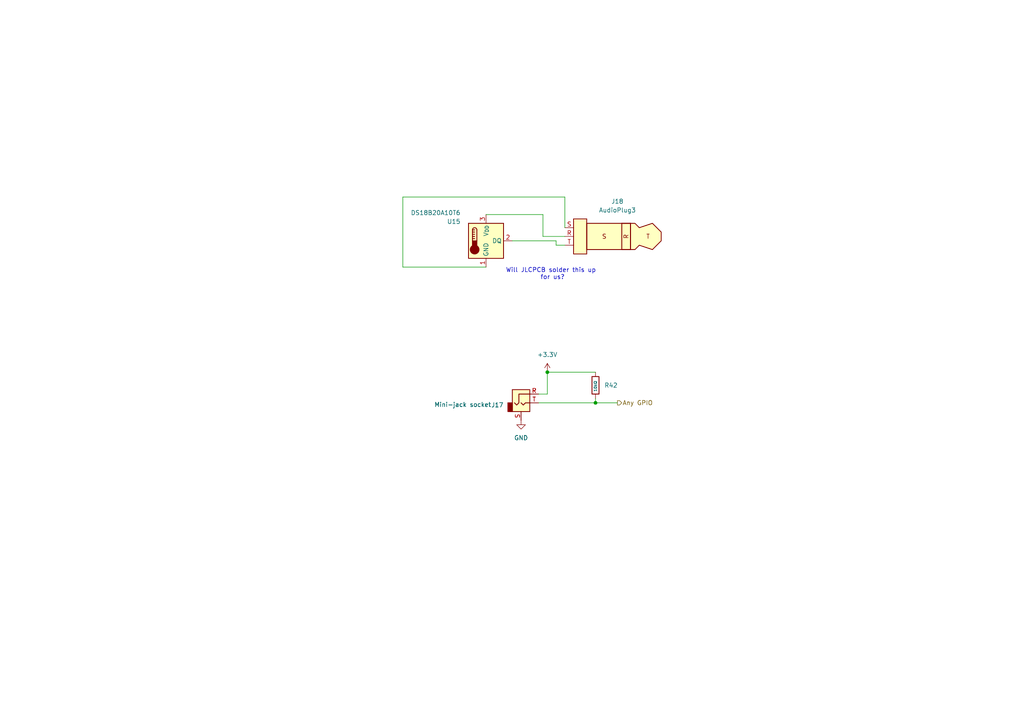
<source format=kicad_sch>
(kicad_sch (version 20250114) (generator "eeschema") (generator_version "9.0")
  (paper "A4")
  (lib_symbols
    (symbol "Connector_Audio:AudioJack2_Ground"
      (property "Reference" "J4" (at -5.08 -0.635 0))
      (property "Value" "Audio Out to Soundcard" (at 5.08 7.62 0))
      (symbol "AudioJack2_Ground_0_1"
        (rectangle (start -2.54 -2.54) (end -3.81 0) (stroke (width 0.254)) (fill (type outline)))
        (polyline (pts (xy 0 0) (xy 0.635 -0.635) (xy 1.27 0) (xy 2.54 0)) (stroke (width 0.254)))
        (rectangle (start 2.54 3.81) (end -2.54 -2.54) (stroke (width 0.254)) (fill (type background)))
        (polyline (pts (xy 2.54 2.54) (xy -0.635 2.54) (xy -0.635 0) (xy -1.27 -0.635) (xy -1.905 0)) (stroke (width 0.254)))
      )
      (symbol "AudioJack2_Ground_1_1"
        (pin passive line (at 0 -5.08 90) (length 2.54) (name "~") (number "S"))
        (pin passive line (at 5.08 2.54 180) (length 2.54) (name "~") (number "R"))
        (pin passive line (at 5.08 0 180) (length 2.54) (name "~") (number "T"))
      )
    )
    (symbol "Connector_Audio:AudioPlug3"
      (property "Reference" "J" (at 1.27 6.35 0))
      (property "Value" "AudioPlug3" (at 1.27 -6.35 0))
      (symbol "AudioPlug3_0_0"
        (text "R" (at -2.54 0 900) (effects (font (size 1.27 1.27))))
      )
      (symbol "AudioPlug3_0_1"
        (rectangle (start -3.81 3.81) (end -1.27 -3.81) (stroke (width 0.254)))
        (rectangle (start -1.27 -1.27) (end -1.27 -1.27))
      )
      (symbol "AudioPlug3_1_0"
        (text "T" (at -8.89 0 0) (effects (font (size 1.27 1.27))))
        (text "S" (at 3.81 0 0) (effects (font (size 1.27 1.27))))
      )
      (symbol "AudioPlug3_1_1"
        (rectangle (start -3.81 3.81) (end 8.89 -3.81) (stroke (width 0.254)) (fill (type background)))
        (polyline (pts (xy -3.81 3.81) (xy -5.08 3.81) (xy -6.35 2.54) (xy -10.16 3.81) (xy -12.7 1.27) (xy -12.7 -1.27) (xy -10.16 -3.81) (xy -6.35 -2.54) (xy -5.08 -3.81) (xy -3.81 -3.81) (xy -3.81 3.81)) (stroke (width 0.254)) (fill (type background)))
        (rectangle (start 12.7 5.08) (end 8.89 -5.08) (stroke (width 0.254)) (fill (type background)))
        (pin passive line (at 15.24 2.54 180) (length 2.54) (name "~") (number "S"))
        (pin passive line (at 15.24 0 180) (length 2.54) (name "~") (number "R"))
        (pin passive line (at 15.24 -2.54 180) (length 2.54) (name "~") (number "T"))
      )
    )
    (symbol "PCM_JLCPCB-Resistors:0805,10kΩ" (pin_numbers (hide yes)) (pin_names (offset 0))
      (property "Reference" "R" (at 1.778 0 0))
      (property "Value" "10kΩ" (at 0 0 90))
      (symbol "0805,10kΩ_0_1"
        (rectangle (start -1.016 2.54) (end 1.016 -2.54) (stroke (width 0.254)))
      )
      (symbol "0805,10kΩ_1_1"
        (pin passive line (at 0 3.81 270) (length 1.27) (name "~") (number "1"))
        (pin passive line (at 0 -3.81 90) (length 1.27) (name "~") (number "2"))
      )
    )
    (symbol "Sensor_Temperature:DS18B20"
      (property "Reference" "U" (at -3.81 6.35 0))
      (property "Value" "DS18B20" (at 6.35 6.35 0))
      (symbol "DS18B20_0_1"
        (rectangle (start -5.08 5.08) (end 5.08 -5.08) (stroke (width 0.254)) (fill (type background)))
        (polyline (pts (xy -3.937 3.175) (xy -3.937 0)) (stroke (width 0.254)))
        (polyline (pts (xy -3.937 3.175) (xy -3.302 3.175)) (stroke (width 0.254)))
        (polyline (pts (xy -3.937 2.54) (xy -3.302 2.54)) (stroke (width 0.254)))
        (polyline (pts (xy -3.937 1.905) (xy -3.302 1.905)) (stroke (width 0.254)))
        (polyline (pts (xy -3.937 1.27) (xy -3.302 1.27)) (stroke (width 0.254)))
        (polyline (pts (xy -3.937 0.635) (xy -3.302 0.635)) (stroke (width 0.254)))
        (arc (start -3.937 3.175) (mid -3.302 3.8073) (end -2.667 3.175) (stroke (width 0.254)))
        (circle (center -3.302 -2.54) (radius 1.27) (stroke (width 0.254)) (fill (type outline)))
        (polyline (pts (xy -2.667 3.175) (xy -2.667 0)) (stroke (width 0.254)))
        (rectangle (start -2.667 -1.905) (end -3.937 0) (stroke (width 0.254)) (fill (type outline)))
      )
      (symbol "DS18B20_1_1"
        (pin power_in line (at 0 7.62 270) (length 2.54) (name "V_{DD}") (number "3"))
        (pin power_in line (at 0 -7.62 90) (length 2.54) (name "GND") (number "1"))
        (pin bidirectional line (at 7.62 0 180) (length 2.54) (name "DQ") (number "2"))
      )
    )
    (symbol "power:+5V" (power) (pin_names (offset 0))
      (property "Value" "+5V" (at 0 3.556 0))
      (symbol "+5V_0_1"
        (polyline (pts (xy -0.762 1.27) (xy 0 2.54)))
        (polyline (pts (xy 0 2.54) (xy 0.762 1.27)))
        (polyline (pts (xy 0 0) (xy 0 2.54)))
      )
      (symbol "+5V_1_1"
        (pin power_in line (at 0 0 90) (length 0) (hide yes) (name "+5V") (number "1"))
      )
    )
    (symbol "power:GNDA" (power) (pin_names (offset 0))
      (property "Value" "GNDA" (at 0 -3.81 0))
      (symbol "GNDA_0_1"
        (polyline (pts (xy 0 0) (xy 0 -1.27) (xy 1.27 -1.27) (xy 0 -2.54) (xy -1.27 -1.27) (xy 0 -1.27)))
      )
      (symbol "GNDA_1_1"
        (pin power_in line (at 0 0 270) (length 0) (hide yes) (name "GNDA") (number "1"))
      )
    )
  )
  (text "Will JLCPCB solder this up \nfor us?" (at 160.274 79.502 0) (effects (font (size 1.27 1.27))))
  (junction (at 172.72 116.84))
  (junction (at 158.75 107.95))
  (wire (pts (xy 140.97 62.23) (xy 157.48 62.23)))
  (wire (pts (xy 157.48 68.58) (xy 163.83 68.58)))
  (wire (pts (xy 116.84 57.15) (xy 163.83 57.15)))
  (wire (pts (xy 156.21 116.84) (xy 172.72 116.84)))
  (wire (pts (xy 157.48 62.23) (xy 157.48 68.58)))
  (wire (pts (xy 140.97 77.47) (xy 116.84 77.47)))
  (wire (pts (xy 156.21 114.3) (xy 158.75 114.3)))
  (wire (pts (xy 161.29 69.85) (xy 161.29 71.12)))
  (wire (pts (xy 172.72 116.84) (xy 179.07 116.84)))
  (wire (pts (xy 172.72 115.57) (xy 172.72 116.84)))
  (wire (pts (xy 148.59 69.85) (xy 161.29 69.85)))
  (wire (pts (xy 158.75 107.95) (xy 172.72 107.95)))
  (wire (pts (xy 116.84 77.47) (xy 116.84 57.15)))
  (wire (pts (xy 158.75 107.95) (xy 158.75 114.3)))
  (wire (pts (xy 161.29 71.12) (xy 163.83 71.12)))
  (wire (pts (xy 163.83 57.15) (xy 163.83 66.04)))
  (hierarchical_label "Any GPIO" (shape output) (at 179.07 116.84 0))
  (symbol (lib_id "power:+5V") (at 158.75 107.95 0) (unit 1)
    (property "Reference" "#PWR0115" (effects (hide yes)))
    (property "Value" "+3.3V" (at 158.75 102.87 0))
  )
  (symbol (lib_id "PCM_JLCPCB-Resistors:0805,10kΩ") (at 172.72 111.76 0) (unit 1)
    (property "Reference" "R42" (at 175.26 111.7599 0) (effects (justify left)))
    (property "Value" "10kΩ" (at 172.72 112.014 90) (effects (font (size 0.8 0.8))))
    (property "Footprint" "PCM_JLCPCB:R_0805" (effects (hide yes)))
    (property "Datasheet" "https://www.lcsc.com/datasheet/lcsc_datasheet_2411221126_UNI-ROYAL-Uniroyal-Elec-0805W8F1002T5E_C17414.pdf" (effects (hide yes)))
    (property "Description" "125mW Thick Film Resistors 150V ±100ppm/°C ±1% 10kΩ 0805 Chip Resistor - Surface Mount ROHS" (effects (hide yes)))
    (property "LCSC" "C17414" (effects (hide yes)))
    (property "Stock" "9437517" (effects (hide yes)))
    (property "Price" "0.005USD" (effects (hide yes)))
    (property "Process" "SMT" (effects (hide yes)))
    (property "Minimum Qty" "20" (effects (hide yes)))
    (property "Attrition Qty" "10" (effects (hide yes)))
    (property "Class" "Basic Component" (effects (hide yes)))
    (property "Category" "Resistors,Chip Resistor - Surface Mount" (effects (hide yes)))
    (property "Manufacturer" "UNI-ROYAL(Uniroyal Elec)" (effects (hide yes)))
    (property "Part" "0805W8F1002T5E" (effects (hide yes)))
    (property "Resistance" "10kΩ" (effects (hide yes)))
    (property "Power(Watts)" "125mW" (effects (hide yes)))
    (property "Type" "Thick Film Resistors" (effects (hide yes)))
    (property "Overload Voltage (Max)" "150V" (effects (hide yes)))
    (property "Operating Temperature Range" "-55°C~+155°C" (effects (hide yes)))
    (property "Tolerance" "±1%" (effects (hide yes)))
    (property "Temperature Coefficient" "±100ppm/°C" (effects (hide yes)))
  )
  (symbol (lib_id "Sensor_Temperature:DS18B20") (at 140.97 69.85 0) (unit 1)
    (property "Reference" "U15" (at 133.604 64.262 0) (effects (justify right)))
    (property "Value" "DS18B20A10T6" (at 133.604 61.722 0) (effects (justify right)))
    (property "Footprint" "Package_TO_SOT_THT:TO-92_Inline" (effects (hide yes)))
    (property "Datasheet" "http://datasheets.maximintegrated.com/en/ds/DS18B20.pdf" (effects (hide yes)))
    (property "Description" "Programmable Resolution 1-Wire Digital Thermometer TO-92" (effects (hide yes)))
    (property "LCSC" "C22360667" (effects (hide yes)))
  )
  (symbol (lib_id "Connector_Audio:AudioPlug3") (at 179.07 68.58 0) (mirror y) (unit 1)
    (property "Reference" "J18" (at 179.07 58.42 0))
    (property "Value" "AudioPlug3" (at 179.07 60.96 0))
    (property "Description" "Audio Jack, 3 Poles (Stereo / TRS)" (effects (hide yes)))
  )
  (symbol (lib_id "power:GNDA") (at 151.13 121.92 0) (mirror y) (unit 1)
    (property "Reference" "#PWR0114" (effects (hide yes)))
    (property "Value" "GND" (at 151.13 127 0))
  )
  (symbol (lib_id "Connector_Audio:AudioJack2_Ground") (at 151.13 116.84 0) (unit 1)
    (property "Reference" "J17" (at 146.05 117.475 0) (effects (justify right)))
    (property "Value" "Mini-jack socket" (at 142.494 117.348 0) (effects (justify right)))
    (property "Footprint" "ForTaylanLibrary:Jack_3.5mm_CUI_SJ-3523-SMT_Horizontal" (effects (hide yes)))
    (property "Datasheet" "https://www.lcsc.com/datasheet/lcsc_datasheet_1811132022_BOOMELE-Boom-Precision-Elec-PJ-320B_C18594.pdf" (effects (hide yes)))
    (property "LCSC" "C18594" (effects (hide yes)))
  )
)
</source>
